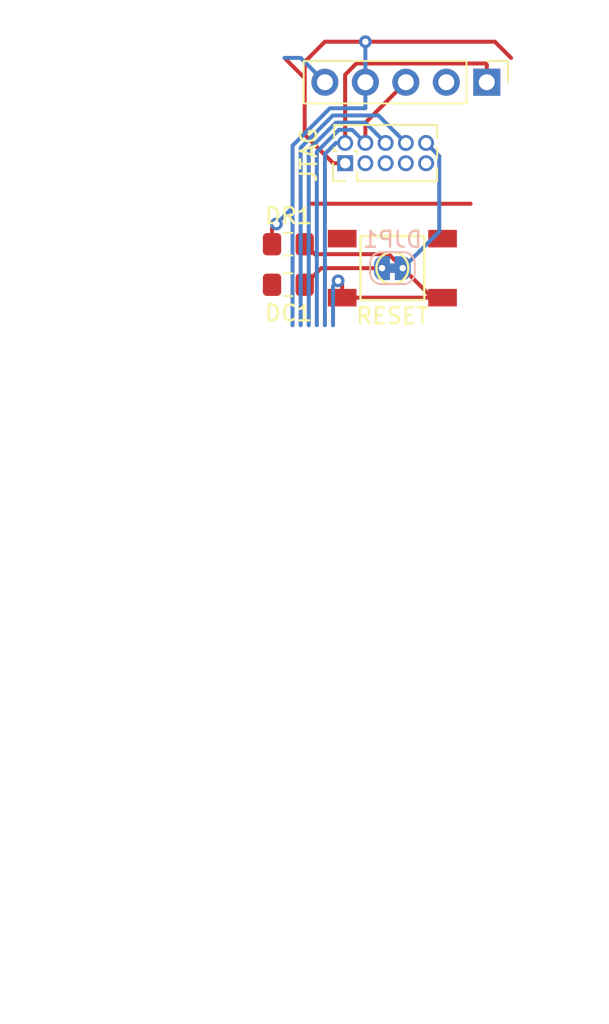
<source format=kicad_pcb>
(kicad_pcb (version 20171130) (host pcbnew 5.1.2)

  (general
    (thickness 1.6)
    (drawings 177)
    (tracks 72)
    (zones 0)
    (modules 6)
    (nets 11)
  )

  (page A4)
  (layers
    (0 F.Cu signal)
    (31 B.Cu signal)
    (32 B.Adhes user hide)
    (33 F.Adhes user hide)
    (34 B.Paste user hide)
    (35 F.Paste user hide)
    (36 B.SilkS user hide)
    (37 F.SilkS user hide)
    (38 B.Mask user hide)
    (39 F.Mask user hide)
    (40 Dwgs.User user)
    (41 Cmts.User user hide)
    (42 Eco1.User user)
    (43 Eco2.User user)
    (44 Edge.Cuts user hide)
    (45 Margin user hide)
    (46 B.CrtYd user hide)
    (47 F.CrtYd user hide)
    (48 B.Fab user hide)
    (49 F.Fab user hide)
  )

  (setup
    (last_trace_width 0.25)
    (trace_clearance 0.2)
    (zone_clearance 0.508)
    (zone_45_only no)
    (trace_min 0.2)
    (via_size 0.8)
    (via_drill 0.4)
    (via_min_size 0.4)
    (via_min_drill 0.3)
    (uvia_size 0.3)
    (uvia_drill 0.1)
    (uvias_allowed no)
    (uvia_min_size 0.2)
    (uvia_min_drill 0.1)
    (edge_width 0.05)
    (segment_width 0.2)
    (pcb_text_width 0.3)
    (pcb_text_size 1.5 1.5)
    (mod_edge_width 0.12)
    (mod_text_size 1 1)
    (mod_text_width 0.15)
    (pad_size 1.524 1.524)
    (pad_drill 0.762)
    (pad_to_mask_clearance 0.051)
    (solder_mask_min_width 0.25)
    (aux_axis_origin 0 0)
    (visible_elements FFFFFF7F)
    (pcbplotparams
      (layerselection 0x010fc_ffffffff)
      (usegerberextensions false)
      (usegerberattributes false)
      (usegerberadvancedattributes false)
      (creategerberjobfile false)
      (excludeedgelayer true)
      (linewidth 0.100000)
      (plotframeref false)
      (viasonmask false)
      (mode 1)
      (useauxorigin false)
      (hpglpennumber 1)
      (hpglpenspeed 20)
      (hpglpendiameter 15.000000)
      (psnegative false)
      (psa4output false)
      (plotreference true)
      (plotvalue true)
      (plotinvisibletext false)
      (padsonsilk false)
      (subtractmaskfromsilk false)
      (outputformat 1)
      (mirror false)
      (drillshape 1)
      (scaleselection 1)
      (outputdirectory ""))
  )

  (net 0 "")
  (net 1 GND)
  (net 2 VDD)
  (net 3 ~SRST)
  (net 4 TCK)
  (net 5 TMS)
  (net 6 +5V)
  (net 7 TDO)
  (net 8 TDI)
  (net 9 "Net-(DJ1-Pad5)")
  (net 10 "Net-(DC1-Pad2)")

  (net_class Default "Dit is de standaard class."
    (clearance 0.2)
    (trace_width 0.25)
    (via_dia 0.8)
    (via_drill 0.4)
    (uvia_dia 0.3)
    (uvia_drill 0.1)
    (add_net +5V)
    (add_net GND)
    (add_net "Net-(DC1-Pad2)")
    (add_net "Net-(DJ1-Pad5)")
    (add_net TCK)
    (add_net TDI)
    (add_net TDO)
    (add_net TMS)
    (add_net VDD)
    (add_net ~SRST)
  )

  (module Jumper:SolderJumper-2_P1.3mm_Bridged_RoundedPad1.0x1.5mm (layer B.Cu) (tedit 5C745284) (tstamp 5CD6B51F)
    (at 156.635 67.54 180)
    (descr "SMD Solder Jumper, 1x1.5mm, rounded Pads, 0.3mm gap, bridged with 1 copper strip")
    (tags "solder jumper open")
    (path /5CD6F578)
    (attr virtual)
    (fp_text reference DJP1 (at 0 1.8) (layer B.SilkS)
      (effects (font (size 1 1) (thickness 0.15)) (justify mirror))
    )
    (fp_text value SolderJumper_2_Bridged (at 0 -1.9) (layer B.Fab)
      (effects (font (size 1 1) (thickness 0.15)) (justify mirror))
    )
    (fp_poly (pts (xy 0.25 0.3) (xy -0.25 0.3) (xy -0.25 -0.3) (xy 0.25 -0.3)) (layer B.Cu) (width 0))
    (fp_line (start 1.65 -1.25) (end -1.65 -1.25) (layer B.CrtYd) (width 0.05))
    (fp_line (start 1.65 -1.25) (end 1.65 1.25) (layer B.CrtYd) (width 0.05))
    (fp_line (start -1.65 1.25) (end -1.65 -1.25) (layer B.CrtYd) (width 0.05))
    (fp_line (start -1.65 1.25) (end 1.65 1.25) (layer B.CrtYd) (width 0.05))
    (fp_line (start -0.7 1) (end 0.7 1) (layer B.SilkS) (width 0.12))
    (fp_line (start 1.4 0.3) (end 1.4 -0.3) (layer B.SilkS) (width 0.12))
    (fp_line (start 0.7 -1) (end -0.7 -1) (layer B.SilkS) (width 0.12))
    (fp_line (start -1.4 -0.3) (end -1.4 0.3) (layer B.SilkS) (width 0.12))
    (fp_arc (start -0.7 0.3) (end -0.7 1) (angle 90) (layer B.SilkS) (width 0.12))
    (fp_arc (start -0.7 -0.3) (end -1.4 -0.3) (angle 90) (layer B.SilkS) (width 0.12))
    (fp_arc (start 0.7 -0.3) (end 0.7 -1) (angle 90) (layer B.SilkS) (width 0.12))
    (fp_arc (start 0.7 0.3) (end 1.4 0.3) (angle 90) (layer B.SilkS) (width 0.12))
    (pad 1 smd custom (at -0.65 0 180) (size 1 0.5) (layers B.Cu B.Mask)
      (net 3 ~SRST) (zone_connect 2)
      (options (clearance outline) (anchor rect))
      (primitives
        (gr_circle (center 0 -0.25) (end 0.5 -0.25) (width 0))
        (gr_circle (center 0 0.25) (end 0.5 0.25) (width 0))
        (gr_poly (pts
           (xy 0 0.75) (xy 0.5 0.75) (xy 0.5 -0.75) (xy 0 -0.75)) (width 0))
      ))
    (pad 2 smd custom (at 0.65 0 180) (size 1 0.5) (layers B.Cu B.Mask)
      (net 10 "Net-(DC1-Pad2)") (zone_connect 2)
      (options (clearance outline) (anchor rect))
      (primitives
        (gr_circle (center 0 -0.25) (end 0.5 -0.25) (width 0))
        (gr_circle (center 0 0.25) (end 0.5 0.25) (width 0))
        (gr_poly (pts
           (xy 0 0.75) (xy -0.5 0.75) (xy -0.5 -0.75) (xy 0 -0.75)) (width 0))
      ))
  )

  (module lib:TS-1187 (layer F.Cu) (tedit 5C23E748) (tstamp 5CD31350)
    (at 156.635 67.54 180)
    (path /5CD35511)
    (fp_text reference DSW1 (at 0 3) (layer F.SilkS) hide
      (effects (font (size 1 1) (thickness 0.15)))
    )
    (fp_text value RESET (at 0 -3) (layer F.SilkS)
      (effects (font (size 1 1) (thickness 0.15)))
    )
    (fp_circle (center 0 0) (end 1 0) (layer F.SilkS) (width 0.15))
    (fp_line (start 2 2) (end -2 2) (layer F.SilkS) (width 0.15))
    (fp_line (start 2 -2) (end 2 2) (layer F.SilkS) (width 0.15))
    (fp_line (start -2 -2) (end 2 -2) (layer F.SilkS) (width 0.15))
    (fp_line (start -2 2) (end -2 -2) (layer F.SilkS) (width 0.15))
    (pad 2 smd rect (at 3.15 1.85 180) (size 1.8 1.1) (layers F.Cu F.Paste F.Mask)
      (net 1 GND))
    (pad 1 smd rect (at 3.15 -1.85 180) (size 1.8 1.1) (layers F.Cu F.Paste F.Mask)
      (net 3 ~SRST))
    (pad 2 smd rect (at -3.15 1.85 180) (size 1.8 1.1) (layers F.Cu F.Paste F.Mask)
      (net 1 GND))
    (pad 1 smd rect (at -3.15 -1.85 180) (size 1.8 1.1) (layers F.Cu F.Paste F.Mask)
      (net 3 ~SRST))
  )

  (module Resistor_SMD:R_0805_2012Metric_Pad1.15x1.40mm_HandSolder (layer F.Cu) (tedit 5B36C52B) (tstamp 5CD345C8)
    (at 150.105 66.04)
    (descr "Resistor SMD 0805 (2012 Metric), square (rectangular) end terminal, IPC_7351 nominal with elongated pad for handsoldering. (Body size source: https://docs.google.com/spreadsheets/d/1BsfQQcO9C6DZCsRaXUlFlo91Tg2WpOkGARC1WS5S8t0/edit?usp=sharing), generated with kicad-footprint-generator")
    (tags "resistor handsolder")
    (path /5CD372D0)
    (attr smd)
    (fp_text reference DR1 (at 0.009 -1.778) (layer F.SilkS)
      (effects (font (size 1 1) (thickness 0.15)))
    )
    (fp_text value 10K (at 0 1.65) (layer F.Fab)
      (effects (font (size 1 1) (thickness 0.15)))
    )
    (fp_text user %R (at 0 0) (layer F.Fab)
      (effects (font (size 0.5 0.5) (thickness 0.08)))
    )
    (fp_line (start 1.85 0.95) (end -1.85 0.95) (layer F.CrtYd) (width 0.05))
    (fp_line (start 1.85 -0.95) (end 1.85 0.95) (layer F.CrtYd) (width 0.05))
    (fp_line (start -1.85 -0.95) (end 1.85 -0.95) (layer F.CrtYd) (width 0.05))
    (fp_line (start -1.85 0.95) (end -1.85 -0.95) (layer F.CrtYd) (width 0.05))
    (fp_line (start -0.261252 0.71) (end 0.261252 0.71) (layer F.SilkS) (width 0.12))
    (fp_line (start -0.261252 -0.71) (end 0.261252 -0.71) (layer F.SilkS) (width 0.12))
    (fp_line (start 1 0.6) (end -1 0.6) (layer F.Fab) (width 0.1))
    (fp_line (start 1 -0.6) (end 1 0.6) (layer F.Fab) (width 0.1))
    (fp_line (start -1 -0.6) (end 1 -0.6) (layer F.Fab) (width 0.1))
    (fp_line (start -1 0.6) (end -1 -0.6) (layer F.Fab) (width 0.1))
    (pad 2 smd roundrect (at 1.025 0) (size 1.15 1.4) (layers F.Cu F.Paste F.Mask) (roundrect_rratio 0.217391)
      (net 3 ~SRST))
    (pad 1 smd roundrect (at -1.025 0) (size 1.15 1.4) (layers F.Cu F.Paste F.Mask) (roundrect_rratio 0.217391)
      (net 2 VDD))
    (model ${KISYS3DMOD}/Resistor_SMD.3dshapes/R_0805_2012Metric.wrl
      (at (xyz 0 0 0))
      (scale (xyz 1 1 1))
      (rotate (xyz 0 0 0))
    )
  )

  (module Connector_PinHeader_2.54mm:PinHeader_1x05_P2.54mm_Vertical locked (layer F.Cu) (tedit 59FED5CC) (tstamp 5CD31332)
    (at 162.56 55.88 270)
    (descr "Through hole straight pin header, 1x05, 2.54mm pitch, single row")
    (tags "Through hole pin header THT 1x05 2.54mm single row")
    (path /5CD343F7)
    (fp_text reference DJ2 (at 0 -2.33 90) (layer F.SilkS) hide
      (effects (font (size 1 1) (thickness 0.15)))
    )
    (fp_text value Conn_01x05 (at 0 12.49 90) (layer F.Fab)
      (effects (font (size 1 1) (thickness 0.15)))
    )
    (fp_text user %R (at 0 5.08) (layer F.Fab)
      (effects (font (size 1 1) (thickness 0.15)))
    )
    (fp_line (start 1.8 -1.8) (end -1.8 -1.8) (layer F.CrtYd) (width 0.05))
    (fp_line (start 1.8 11.95) (end 1.8 -1.8) (layer F.CrtYd) (width 0.05))
    (fp_line (start -1.8 11.95) (end 1.8 11.95) (layer F.CrtYd) (width 0.05))
    (fp_line (start -1.8 -1.8) (end -1.8 11.95) (layer F.CrtYd) (width 0.05))
    (fp_line (start -1.33 -1.33) (end 0 -1.33) (layer F.SilkS) (width 0.12))
    (fp_line (start -1.33 0) (end -1.33 -1.33) (layer F.SilkS) (width 0.12))
    (fp_line (start -1.33 1.27) (end 1.33 1.27) (layer F.SilkS) (width 0.12))
    (fp_line (start 1.33 1.27) (end 1.33 11.49) (layer F.SilkS) (width 0.12))
    (fp_line (start -1.33 1.27) (end -1.33 11.49) (layer F.SilkS) (width 0.12))
    (fp_line (start -1.33 11.49) (end 1.33 11.49) (layer F.SilkS) (width 0.12))
    (fp_line (start -1.27 -0.635) (end -0.635 -1.27) (layer F.Fab) (width 0.1))
    (fp_line (start -1.27 11.43) (end -1.27 -0.635) (layer F.Fab) (width 0.1))
    (fp_line (start 1.27 11.43) (end -1.27 11.43) (layer F.Fab) (width 0.1))
    (fp_line (start 1.27 -1.27) (end 1.27 11.43) (layer F.Fab) (width 0.1))
    (fp_line (start -0.635 -1.27) (end 1.27 -1.27) (layer F.Fab) (width 0.1))
    (pad 5 thru_hole oval (at 0 10.16 270) (size 1.7 1.7) (drill 1) (layers *.Cu *.Mask)
      (net 6 +5V))
    (pad 4 thru_hole oval (at 0 7.62 270) (size 1.7 1.7) (drill 1) (layers *.Cu *.Mask)
      (net 2 VDD))
    (pad 3 thru_hole oval (at 0 5.08 270) (size 1.7 1.7) (drill 1) (layers *.Cu *.Mask)
      (net 4 TCK))
    (pad 2 thru_hole oval (at 0 2.54 270) (size 1.7 1.7) (drill 1) (layers *.Cu *.Mask)
      (net 1 GND))
    (pad 1 thru_hole rect (at 0 0 270) (size 1.7 1.7) (drill 1) (layers *.Cu *.Mask)
      (net 5 TMS))
    (model ${KISYS3DMOD}/Connector_PinHeader_2.54mm.3dshapes/PinHeader_1x05_P2.54mm_Vertical.wrl
      (at (xyz 0 0 0))
      (scale (xyz 1 1 1))
      (rotate (xyz 0 0 0))
    )
  )

  (module Connector_PinHeader_1.27mm:PinHeader_2x05_P1.27mm_Vertical locked (layer F.Cu) (tedit 59FED6E3) (tstamp 5CD31319)
    (at 153.67 60.96 90)
    (descr "Through hole straight pin header, 2x05, 1.27mm pitch, double rows")
    (tags "Through hole pin header THT 2x05 1.27mm double row")
    (path /5CD31435)
    (fp_text reference DJ1 (at 0.635 -1.695 90) (layer F.SilkS) hide
      (effects (font (size 1 1) (thickness 0.15)))
    )
    (fp_text value JTAG (at 0.508 -2.286 270) (layer F.SilkS)
      (effects (font (size 1 1) (thickness 0.15)))
    )
    (fp_line (start -0.2175 -0.635) (end 2.34 -0.635) (layer F.Fab) (width 0.1))
    (fp_line (start 2.34 -0.635) (end 2.34 5.715) (layer F.Fab) (width 0.1))
    (fp_line (start 2.34 5.715) (end -1.07 5.715) (layer F.Fab) (width 0.1))
    (fp_line (start -1.07 5.715) (end -1.07 0.2175) (layer F.Fab) (width 0.1))
    (fp_line (start -1.07 0.2175) (end -0.2175 -0.635) (layer F.Fab) (width 0.1))
    (fp_line (start -1.13 5.775) (end -0.30753 5.775) (layer F.SilkS) (width 0.12))
    (fp_line (start 1.57753 5.775) (end 2.4 5.775) (layer F.SilkS) (width 0.12))
    (fp_line (start 0.30753 5.775) (end 0.96247 5.775) (layer F.SilkS) (width 0.12))
    (fp_line (start -1.13 0.76) (end -1.13 5.775) (layer F.SilkS) (width 0.12))
    (fp_line (start 2.4 -0.695) (end 2.4 5.775) (layer F.SilkS) (width 0.12))
    (fp_line (start -1.13 0.76) (end -0.563471 0.76) (layer F.SilkS) (width 0.12))
    (fp_line (start 0.563471 0.76) (end 0.706529 0.76) (layer F.SilkS) (width 0.12))
    (fp_line (start 0.76 0.706529) (end 0.76 0.563471) (layer F.SilkS) (width 0.12))
    (fp_line (start 0.76 -0.563471) (end 0.76 -0.695) (layer F.SilkS) (width 0.12))
    (fp_line (start 0.76 -0.695) (end 0.96247 -0.695) (layer F.SilkS) (width 0.12))
    (fp_line (start 1.57753 -0.695) (end 2.4 -0.695) (layer F.SilkS) (width 0.12))
    (fp_line (start -1.13 0) (end -1.13 -0.76) (layer F.SilkS) (width 0.12))
    (fp_line (start -1.13 -0.76) (end 0 -0.76) (layer F.SilkS) (width 0.12))
    (fp_line (start -1.6 -1.15) (end -1.6 6.25) (layer F.CrtYd) (width 0.05))
    (fp_line (start -1.6 6.25) (end 2.85 6.25) (layer F.CrtYd) (width 0.05))
    (fp_line (start 2.85 6.25) (end 2.85 -1.15) (layer F.CrtYd) (width 0.05))
    (fp_line (start 2.85 -1.15) (end -1.6 -1.15) (layer F.CrtYd) (width 0.05))
    (fp_text user %R (at 0.635 2.54) (layer F.Fab)
      (effects (font (size 1 1) (thickness 0.15)))
    )
    (pad 1 thru_hole rect (at 0 0 90) (size 1 1) (drill 0.65) (layers *.Cu *.Mask)
      (net 2 VDD))
    (pad 2 thru_hole oval (at 1.27 0 90) (size 1 1) (drill 0.65) (layers *.Cu *.Mask)
      (net 5 TMS))
    (pad 3 thru_hole oval (at 0 1.27 90) (size 1 1) (drill 0.65) (layers *.Cu *.Mask)
      (net 1 GND))
    (pad 4 thru_hole oval (at 1.27 1.27 90) (size 1 1) (drill 0.65) (layers *.Cu *.Mask)
      (net 4 TCK))
    (pad 5 thru_hole oval (at 0 2.54 90) (size 1 1) (drill 0.65) (layers *.Cu *.Mask)
      (net 9 "Net-(DJ1-Pad5)"))
    (pad 6 thru_hole oval (at 1.27 2.54 90) (size 1 1) (drill 0.65) (layers *.Cu *.Mask)
      (net 7 TDO))
    (pad 7 thru_hole oval (at 0 3.81 90) (size 1 1) (drill 0.65) (layers *.Cu *.Mask)
      (net 1 GND))
    (pad 8 thru_hole oval (at 1.27 3.81 90) (size 1 1) (drill 0.65) (layers *.Cu *.Mask)
      (net 8 TDI))
    (pad 9 thru_hole oval (at 0 5.08 90) (size 1 1) (drill 0.65) (layers *.Cu *.Mask)
      (net 1 GND))
    (pad 10 thru_hole oval (at 1.27 5.08 90) (size 1 1) (drill 0.65) (layers *.Cu *.Mask)
      (net 3 ~SRST))
    (model ${KISYS3DMOD}/Connector_PinHeader_1.27mm.3dshapes/PinHeader_2x05_P1.27mm_Vertical.wrl
      (at (xyz 0 0 0))
      (scale (xyz 1 1 1))
      (rotate (xyz 0 0 0))
    )
  )

  (module Capacitor_SMD:C_0805_2012Metric_Pad1.15x1.40mm_HandSolder (layer F.Cu) (tedit 5B36C52B) (tstamp 5CD312F4)
    (at 150.105 68.58)
    (descr "Capacitor SMD 0805 (2012 Metric), square (rectangular) end terminal, IPC_7351 nominal with elongated pad for handsoldering. (Body size source: https://docs.google.com/spreadsheets/d/1BsfQQcO9C6DZCsRaXUlFlo91Tg2WpOkGARC1WS5S8t0/edit?usp=sharing), generated with kicad-footprint-generator")
    (tags "capacitor handsolder")
    (path /5CD35E46)
    (attr smd)
    (fp_text reference DC1 (at 0.009 1.778) (layer F.SilkS)
      (effects (font (size 1 1) (thickness 0.15)))
    )
    (fp_text value 100nF (at 0 1.65) (layer F.Fab)
      (effects (font (size 1 1) (thickness 0.15)))
    )
    (fp_text user %R (at 0 0) (layer F.Fab)
      (effects (font (size 0.5 0.5) (thickness 0.08)))
    )
    (fp_line (start 1.85 0.95) (end -1.85 0.95) (layer F.CrtYd) (width 0.05))
    (fp_line (start 1.85 -0.95) (end 1.85 0.95) (layer F.CrtYd) (width 0.05))
    (fp_line (start -1.85 -0.95) (end 1.85 -0.95) (layer F.CrtYd) (width 0.05))
    (fp_line (start -1.85 0.95) (end -1.85 -0.95) (layer F.CrtYd) (width 0.05))
    (fp_line (start -0.261252 0.71) (end 0.261252 0.71) (layer F.SilkS) (width 0.12))
    (fp_line (start -0.261252 -0.71) (end 0.261252 -0.71) (layer F.SilkS) (width 0.12))
    (fp_line (start 1 0.6) (end -1 0.6) (layer F.Fab) (width 0.1))
    (fp_line (start 1 -0.6) (end 1 0.6) (layer F.Fab) (width 0.1))
    (fp_line (start -1 -0.6) (end 1 -0.6) (layer F.Fab) (width 0.1))
    (fp_line (start -1 0.6) (end -1 -0.6) (layer F.Fab) (width 0.1))
    (pad 2 smd roundrect (at 1.025 0) (size 1.15 1.4) (layers F.Cu F.Paste F.Mask) (roundrect_rratio 0.217391)
      (net 10 "Net-(DC1-Pad2)"))
    (pad 1 smd roundrect (at -1.025 0) (size 1.15 1.4) (layers F.Cu F.Paste F.Mask) (roundrect_rratio 0.217391)
      (net 1 GND))
    (model ${KISYS3DMOD}/Capacitor_SMD.3dshapes/C_0805_2012Metric.wrl
      (at (xyz 0 0 0))
      (scale (xyz 1 1 1))
      (rotate (xyz 0 0 0))
    )
  )

  (dimension 19.05 (width 0.15) (layer Dwgs.User) (tstamp 5CD6B75C)
    (gr_text "19,050 mm" (at 141.605 110.968) (layer Dwgs.User) (tstamp 5CD6B75D)
      (effects (font (size 1 1) (thickness 0.15)))
    )
    (feature1 (pts (xy 151.13 112.776) (xy 151.13 111.681579)))
    (feature2 (pts (xy 132.08 112.776) (xy 132.08 111.681579)))
    (crossbar (pts (xy 132.08 112.268) (xy 151.13 112.268)))
    (arrow1a (pts (xy 151.13 112.268) (xy 150.003496 112.854421)))
    (arrow1b (pts (xy 151.13 112.268) (xy 150.003496 111.681579)))
    (arrow2a (pts (xy 132.08 112.268) (xy 133.206504 112.854421)))
    (arrow2b (pts (xy 132.08 112.268) (xy 133.206504 111.681579)))
  )
  (gr_circle (center 149.86 54.356) (end 149.9108 54.356) (layer Eco2.User) (width 0.15) (tstamp 5CD6B74E))
  (gr_circle (center 143.764 71.12) (end 143.8148 71.12) (layer Eco1.User) (width 0.15) (tstamp 5CD6AEF4))
  (gr_circle (center 144.272 71.12) (end 144.3228 71.12) (layer Eco1.User) (width 0.15) (tstamp 5CD6ADB3))
  (gr_circle (center 144.78 71.12) (end 144.8308 71.12) (layer Eco1.User) (width 0.15) (tstamp 5CD6ADB0))
  (gr_circle (center 151.384 63.5) (end 151.4348 63.5) (layer Eco2.User) (width 0.15) (tstamp 5CD6AB71))
  (gr_circle (center 161.544 63.5) (end 161.5948 63.5) (layer Eco2.User) (width 0.15) (tstamp 5CD6AB49))
  (gr_circle (center 149.86 71.12) (end 149.86 71.0692) (layer Eco1.User) (width 0.15) (tstamp 5CD6A016))
  (gr_circle (center 149.352 71.12) (end 149.352 71.0692) (layer Eco1.User) (width 0.15) (tstamp 5CD6A013))
  (gr_circle (center 145.288 71.12) (end 145.288 71.0692) (layer Eco1.User) (width 0.15) (tstamp 5CD6A010))
  (gr_line (start 135.255 64.77) (end 138.43 64.77) (layer Dwgs.User) (width 0.15))
  (gr_line (start 138.43 64.77) (end 139.7 66.04) (layer Dwgs.User) (width 0.15))
  (gr_line (start 139.7 71.12) (end 141.605 71.12) (layer Dwgs.User) (width 0.15))
  (gr_line (start 139.7 66.04) (end 139.7 71.12) (layer Dwgs.User) (width 0.15))
  (gr_line (start 135.255 53.975) (end 135.255 54.61) (layer Dwgs.User) (width 0.15) (tstamp 5CD69E28))
  (gr_line (start 139.065 53.975) (end 135.255 53.975) (layer Dwgs.User) (width 0.15))
  (gr_line (start 139.065 58.42) (end 149.86 50.8) (layer Dwgs.User) (width 0.15) (tstamp 5CD69D85))
  (gr_line (start 149.86 58.42) (end 139.065 50.8) (layer Dwgs.User) (width 0.15) (tstamp 5CD69D81))
  (gr_line (start 140.97 58.42) (end 151.384 58.42) (layer Dwgs.User) (width 0.15))
  (gr_line (start 139.065 50.8) (end 142.24 50.8) (layer Dwgs.User) (width 0.15))
  (gr_line (start 139.065 58.42) (end 139.065 50.8) (layer Dwgs.User) (width 0.15))
  (gr_line (start 140.97 58.42) (end 139.065 58.42) (layer Dwgs.User) (width 0.15))
  (gr_line (start 170.18 50.8) (end 132.08 50.8) (layer Dwgs.User) (width 0.05) (tstamp 5CD3006B))
  (gr_line (start 170.18 109.22) (end 170.18 50.8) (layer Dwgs.User) (width 0.05))
  (gr_line (start 132.08 109.22) (end 170.18 109.22) (layer Dwgs.User) (width 0.05))
  (gr_line (start 132.08 50.8) (end 132.08 109.22) (layer Dwgs.User) (width 0.05))
  (gr_line (start 161.544 50.8) (end 151.13 50.8) (layer Dwgs.User) (width 0.15) (tstamp 5CD694C8))
  (gr_line (start 151.13 71.12) (end 161.544 71.12) (layer Dwgs.User) (width 0.15))
  (gr_line (start 140.97 50.8) (end 151.13 50.8) (layer Dwgs.User) (width 0.15) (tstamp 5CD693E3))
  (gr_line (start 140.97 71.12) (end 151.13 71.12) (layer Dwgs.User) (width 0.15))
  (gr_line (start 135.255 64.77) (end 135.255 54.61) (layer Dwgs.User) (width 0.15))
  (gr_circle (center 137.16 63.5) (end 137.16 64.516) (layer Dwgs.User) (width 0.15) (tstamp 5CD692B8))
  (gr_circle (center 137.16 88.9) (end 137.16 89.916) (layer Dwgs.User) (width 0.15) (tstamp 5CD692B7))
  (gr_circle (center 137.16 83.82) (end 137.16 84.836) (layer Dwgs.User) (width 0.15) (tstamp 5CD692B6))
  (gr_circle (center 137.16 93.98) (end 137.16 94.996) (layer Dwgs.User) (width 0.15) (tstamp 5CD692B5))
  (gr_circle (center 137.16 96.52) (end 137.16 97.536) (layer Dwgs.User) (width 0.15) (tstamp 5CD692B4))
  (gr_circle (center 137.16 104.14) (end 137.16 105.156) (layer Dwgs.User) (width 0.15) (tstamp 5CD692B3))
  (gr_circle (center 137.16 78.74) (end 137.16 79.756) (layer Dwgs.User) (width 0.15) (tstamp 5CD692B2))
  (gr_circle (center 137.16 76.2) (end 137.16 77.216) (layer Dwgs.User) (width 0.15) (tstamp 5CD692B1))
  (gr_circle (center 137.16 81.28) (end 137.16 82.296) (layer Dwgs.User) (width 0.15) (tstamp 5CD692B0))
  (gr_circle (center 137.16 55.88) (end 137.16 56.896) (layer Dwgs.User) (width 0.15) (tstamp 5CD692AF))
  (gr_circle (center 137.16 66.04) (end 137.16 67.056) (layer Dwgs.User) (width 0.15) (tstamp 5CD692AE))
  (gr_circle (center 137.16 68.58) (end 137.16 69.596) (layer Dwgs.User) (width 0.15) (tstamp 5CD692AD))
  (gr_circle (center 137.16 99.06) (end 137.16 100.076) (layer Dwgs.User) (width 0.15) (tstamp 5CD692AC))
  (gr_circle (center 139.7 60.96) (end 139.7 61.976) (layer Dwgs.User) (width 0.15) (tstamp 5CD692AB))
  (gr_circle (center 137.16 58.42) (end 137.16 59.436) (layer Dwgs.User) (width 0.15) (tstamp 5CD692AA))
  (gr_circle (center 137.16 60.96) (end 137.16 61.976) (layer Dwgs.User) (width 0.15) (tstamp 5CD692A9))
  (gr_circle (center 137.16 86.36) (end 137.16 87.376) (layer Dwgs.User) (width 0.15) (tstamp 5CD692A8))
  (gr_circle (center 139.7 63.5) (end 139.7 64.516) (layer Dwgs.User) (width 0.15) (tstamp 5CD692A7))
  (gr_circle (center 137.16 71.12) (end 137.16 72.136) (layer Dwgs.User) (width 0.15) (tstamp 5CD692A6))
  (gr_circle (center 137.16 73.66) (end 137.16 74.676) (layer Dwgs.User) (width 0.15) (tstamp 5CD692A5))
  (gr_circle (center 137.16 91.44) (end 137.16 92.456) (layer Dwgs.User) (width 0.15) (tstamp 5CD692A0))
  (gr_circle (center 137.16 101.6) (end 137.16 102.616) (layer Dwgs.User) (width 0.15) (tstamp 5CD6929F))
  (gr_circle (center 162.56 63.5) (end 162.56 64.516) (layer Dwgs.User) (width 0.15) (tstamp 5CD6929D))
  (gr_circle (center 162.56 60.96) (end 162.56 61.976) (layer Dwgs.User) (width 0.15) (tstamp 5CD6929B))
  (gr_circle (center 165.1 55.88) (end 165.1 56.896) (layer Dwgs.User) (width 0.15) (tstamp 5CD69299))
  (gr_circle (center 165.1 58.42) (end 165.1 59.436) (layer Dwgs.User) (width 0.15) (tstamp 5CD69297))
  (gr_circle (center 165.1 60.96) (end 165.1 61.976) (layer Dwgs.User) (width 0.15) (tstamp 5CD69295))
  (gr_circle (center 165.1 63.5) (end 165.1 64.516) (layer Dwgs.User) (width 0.15) (tstamp 5CD69293))
  (gr_circle (center 165.1 66.04) (end 165.1 67.056) (layer Dwgs.User) (width 0.15) (tstamp 5CD69291))
  (gr_circle (center 165.1 68.58) (end 165.1 69.596) (layer Dwgs.User) (width 0.15) (tstamp 5CD6928F))
  (gr_circle (center 165.1 71.12) (end 165.1 72.136) (layer Dwgs.User) (width 0.15) (tstamp 5CD6928D))
  (gr_circle (center 165.1 73.66) (end 165.1 74.676) (layer Dwgs.User) (width 0.15) (tstamp 5CD6928B))
  (gr_circle (center 165.1 76.2) (end 165.1 77.216) (layer Dwgs.User) (width 0.15) (tstamp 5CD69289))
  (gr_circle (center 165.1 78.74) (end 165.1 79.756) (layer Dwgs.User) (width 0.15) (tstamp 5CD69287))
  (gr_circle (center 165.1 81.28) (end 165.1 82.296) (layer Dwgs.User) (width 0.15) (tstamp 5CD69285))
  (gr_circle (center 165.1 83.82) (end 165.1 84.836) (layer Dwgs.User) (width 0.15) (tstamp 5CD69283))
  (gr_circle (center 165.1 86.36) (end 165.1 87.376) (layer Dwgs.User) (width 0.15) (tstamp 5CD69281))
  (gr_circle (center 165.1 88.9) (end 165.1 89.916) (layer Dwgs.User) (width 0.15) (tstamp 5CD6927F))
  (gr_circle (center 165.1 91.44) (end 165.1 92.456) (layer Dwgs.User) (width 0.15) (tstamp 5CD6927D))
  (gr_circle (center 165.1 93.98) (end 165.1 94.996) (layer Dwgs.User) (width 0.15) (tstamp 5CD6927A))
  (gr_circle (center 165.1 96.52) (end 165.1 97.536) (layer Dwgs.User) (width 0.15) (tstamp 5CD69276))
  (gr_circle (center 165.1 99.06) (end 165.1 100.076) (layer Dwgs.User) (width 0.15) (tstamp 5CD69274))
  (gr_circle (center 165.1 101.6) (end 165.1 102.616) (layer Dwgs.User) (width 0.15) (tstamp 5CD6926A))
  (gr_circle (center 165.1 104.14) (end 165.1 105.156) (layer Dwgs.User) (width 0.15))
  (dimension 19.05 (width 0.15) (layer Dwgs.User)
    (gr_text "19,050 mm" (at 160.655 110.968) (layer Dwgs.User)
      (effects (font (size 1 1) (thickness 0.15)))
    )
    (feature1 (pts (xy 170.18 112.776) (xy 170.18 111.681579)))
    (feature2 (pts (xy 151.13 112.776) (xy 151.13 111.681579)))
    (crossbar (pts (xy 151.13 112.268) (xy 170.18 112.268)))
    (arrow1a (pts (xy 170.18 112.268) (xy 169.053496 112.854421)))
    (arrow1b (pts (xy 170.18 112.268) (xy 169.053496 111.681579)))
    (arrow2a (pts (xy 151.13 112.268) (xy 152.256504 112.854421)))
    (arrow2b (pts (xy 151.13 112.268) (xy 152.256504 111.681579)))
  )
  (dimension 38.1 (width 0.15) (layer Dwgs.User)
    (gr_text "38,100 mm" (at 151.13 115.599999) (layer Dwgs.User)
      (effects (font (size 1 1) (thickness 0.15)))
    )
    (feature1 (pts (xy 170.18 113.03) (xy 170.18 114.88642)))
    (feature2 (pts (xy 132.08 113.03) (xy 132.08 114.88642)))
    (crossbar (pts (xy 132.08 114.299999) (xy 170.18 114.299999)))
    (arrow1a (pts (xy 170.18 114.299999) (xy 169.053496 114.88642)))
    (arrow1b (pts (xy 170.18 114.299999) (xy 169.053496 113.713578)))
    (arrow2a (pts (xy 132.08 114.299999) (xy 133.206504 114.88642)))
    (arrow2b (pts (xy 132.08 114.299999) (xy 133.206504 113.713578)))
  )
  (gr_line (start 170.18 50.8) (end 132.08 50.8) (layer Dwgs.User) (width 0.05) (tstamp 5CD3006B))
  (gr_line (start 170.18 109.22) (end 170.18 50.8) (layer Dwgs.User) (width 0.05))
  (gr_line (start 132.08 109.22) (end 170.18 109.22) (layer Dwgs.User) (width 0.05))
  (gr_line (start 132.08 50.8) (end 132.08 109.22) (layer Dwgs.User) (width 0.05))
  (gr_line (start 170.18 50.8) (end 132.08 50.8) (layer Dwgs.User) (width 0.05) (tstamp 5CD3006B))
  (gr_line (start 170.18 109.22) (end 170.18 50.8) (layer Dwgs.User) (width 0.05))
  (gr_line (start 132.08 109.22) (end 170.18 109.22) (layer Dwgs.User) (width 0.05))
  (gr_line (start 132.08 50.8) (end 132.08 109.22) (layer Dwgs.User) (width 0.05))
  (gr_line (start 149.86 53.34) (end 149.86 50.8) (layer Dwgs.User) (width 0.15) (tstamp 5CD6A391))
  (gr_line (start 149.86 53.34) (end 149.86 58.42) (layer Dwgs.User) (width 0.15))
  (gr_line (start 161.544 59.436) (end 164.084 59.436) (layer Dwgs.User) (width 0.15) (tstamp 5CD6A2A6))
  (gr_line (start 164.084 50.8) (end 164.084 59.436) (layer Dwgs.User) (width 0.15) (tstamp 5CD6A2A3))
  (gr_line (start 164.084 59.436) (end 164.084 50.8) (layer Dwgs.User) (width 0.15))
  (gr_line (start 170.18 50.8) (end 132.08 50.8) (layer Dwgs.User) (width 0.05) (tstamp 5CD3006B))
  (gr_line (start 170.18 109.22) (end 170.18 50.8) (layer Dwgs.User) (width 0.05))
  (gr_line (start 132.08 109.22) (end 170.18 109.22) (layer Dwgs.User) (width 0.05))
  (gr_line (start 132.08 50.8) (end 132.08 109.22) (layer Dwgs.User) (width 0.05))
  (gr_circle (center 164.084 54.356) (end 164.1348 54.356) (layer Eco2.User) (width 0.15) (tstamp 5CD6A194))
  (gr_circle (center 149.86 54.356) (end 149.9108 54.356) (layer Eco1.User) (width 0.15) (tstamp 5CD6A0A1))
  (gr_circle (center 146.304 71.12) (end 146.304 71.0692) (layer Eco1.User) (width 0.15) (tstamp 5CD6A016))
  (gr_circle (center 145.796 71.12) (end 145.796 71.0692) (layer Eco1.User) (width 0.15) (tstamp 5CD6A013))
  (gr_circle (center 148.7932 71.12) (end 148.7932 71.0692) (layer Eco1.User) (width 0.15) (tstamp 5CD6A010))
  (gr_line (start 135.255 64.77) (end 138.43 64.77) (layer Dwgs.User) (width 0.15))
  (gr_line (start 138.43 64.77) (end 139.7 66.04) (layer Dwgs.User) (width 0.15))
  (gr_line (start 139.7 71.12) (end 141.605 71.12) (layer Dwgs.User) (width 0.15))
  (gr_line (start 139.7 66.04) (end 139.7 71.12) (layer Dwgs.User) (width 0.15))
  (gr_line (start 135.255 53.975) (end 135.255 54.61) (layer Dwgs.User) (width 0.15) (tstamp 5CD69E28))
  (gr_line (start 139.065 53.975) (end 135.255 53.975) (layer Dwgs.User) (width 0.15))
  (gr_line (start 140.97 58.42) (end 151.384 58.42) (layer Dwgs.User) (width 0.15))
  (gr_line (start 139.065 50.8) (end 142.24 50.8) (layer Dwgs.User) (width 0.15))
  (gr_line (start 139.065 58.42) (end 139.065 50.8) (layer Dwgs.User) (width 0.15))
  (gr_line (start 140.97 58.42) (end 139.065 58.42) (layer Dwgs.User) (width 0.15))
  (gr_line (start 147.828 64.008) (end 147.828 71.12) (layer Dwgs.User) (width 0.15))
  (gr_line (start 151.384 64.008) (end 147.828 64.008) (layer Dwgs.User) (width 0.15))
  (gr_line (start 170.18 50.8) (end 132.08 50.8) (layer Dwgs.User) (width 0.05) (tstamp 5CD3006B))
  (gr_line (start 170.18 109.22) (end 170.18 50.8) (layer Dwgs.User) (width 0.05))
  (gr_line (start 132.08 109.22) (end 170.18 109.22) (layer Dwgs.User) (width 0.05))
  (gr_line (start 132.08 50.8) (end 132.08 109.22) (layer Dwgs.User) (width 0.05))
  (gr_line (start 164.084 50.8) (end 151.13 50.8) (layer Dwgs.User) (width 0.15) (tstamp 5CD694C8))
  (gr_line (start 161.544 71.12) (end 161.544 59.436) (layer Dwgs.User) (width 0.15))
  (gr_line (start 151.13 71.12) (end 161.544 71.12) (layer Dwgs.User) (width 0.15))
  (gr_line (start 140.97 50.8) (end 151.13 50.8) (layer Dwgs.User) (width 0.15) (tstamp 5CD693E3))
  (gr_line (start 151.384 64.008) (end 151.384 58.42) (layer Dwgs.User) (width 0.15) (tstamp 5CD6AB94))
  (gr_line (start 140.97 71.12) (end 151.13 71.12) (layer Dwgs.User) (width 0.15))
  (gr_line (start 135.255 64.77) (end 135.255 54.61) (layer Dwgs.User) (width 0.15))
  (gr_circle (center 137.16 63.5) (end 137.16 64.516) (layer Dwgs.User) (width 0.15) (tstamp 5CD692B8))
  (gr_circle (center 137.16 88.9) (end 137.16 89.916) (layer Dwgs.User) (width 0.15) (tstamp 5CD692B7))
  (gr_circle (center 137.16 83.82) (end 137.16 84.836) (layer Dwgs.User) (width 0.15) (tstamp 5CD692B6))
  (gr_circle (center 137.16 93.98) (end 137.16 94.996) (layer Dwgs.User) (width 0.15) (tstamp 5CD692B5))
  (gr_circle (center 137.16 96.52) (end 137.16 97.536) (layer Dwgs.User) (width 0.15) (tstamp 5CD692B4))
  (gr_circle (center 137.16 104.14) (end 137.16 105.156) (layer Dwgs.User) (width 0.15) (tstamp 5CD692B3))
  (gr_circle (center 137.16 78.74) (end 137.16 79.756) (layer Dwgs.User) (width 0.15) (tstamp 5CD692B2))
  (gr_circle (center 137.16 76.2) (end 137.16 77.216) (layer Dwgs.User) (width 0.15) (tstamp 5CD692B1))
  (gr_circle (center 137.16 81.28) (end 137.16 82.296) (layer Dwgs.User) (width 0.15) (tstamp 5CD692B0))
  (gr_circle (center 137.16 55.88) (end 137.16 56.896) (layer Dwgs.User) (width 0.15) (tstamp 5CD692AF))
  (gr_circle (center 137.16 66.04) (end 137.16 67.056) (layer Dwgs.User) (width 0.15) (tstamp 5CD692AE))
  (gr_circle (center 137.16 68.58) (end 137.16 69.596) (layer Dwgs.User) (width 0.15) (tstamp 5CD692AD))
  (gr_circle (center 137.16 99.06) (end 137.16 100.076) (layer Dwgs.User) (width 0.15) (tstamp 5CD692AC))
  (gr_circle (center 139.7 60.96) (end 139.7 61.976) (layer Dwgs.User) (width 0.15) (tstamp 5CD692AB))
  (gr_circle (center 137.16 58.42) (end 137.16 59.436) (layer Dwgs.User) (width 0.15) (tstamp 5CD692AA))
  (gr_circle (center 137.16 60.96) (end 137.16 61.976) (layer Dwgs.User) (width 0.15) (tstamp 5CD692A9))
  (gr_circle (center 137.16 86.36) (end 137.16 87.376) (layer Dwgs.User) (width 0.15) (tstamp 5CD692A8))
  (gr_circle (center 139.7 63.5) (end 139.7 64.516) (layer Dwgs.User) (width 0.15) (tstamp 5CD692A7))
  (gr_circle (center 137.16 71.12) (end 137.16 72.136) (layer Dwgs.User) (width 0.15) (tstamp 5CD692A6))
  (gr_circle (center 137.16 73.66) (end 137.16 74.676) (layer Dwgs.User) (width 0.15) (tstamp 5CD692A5))
  (gr_circle (center 137.16 91.44) (end 137.16 92.456) (layer Dwgs.User) (width 0.15) (tstamp 5CD692A0))
  (gr_circle (center 137.16 101.6) (end 137.16 102.616) (layer Dwgs.User) (width 0.15) (tstamp 5CD6929F))
  (gr_circle (center 162.56 63.5) (end 162.56 64.516) (layer Dwgs.User) (width 0.15) (tstamp 5CD6929D))
  (gr_circle (center 162.56 60.96) (end 162.56 61.976) (layer Dwgs.User) (width 0.15) (tstamp 5CD6929B))
  (gr_circle (center 165.1 55.88) (end 165.1 56.896) (layer Dwgs.User) (width 0.15) (tstamp 5CD69299))
  (gr_circle (center 165.1 58.42) (end 165.1 59.436) (layer Dwgs.User) (width 0.15) (tstamp 5CD69297))
  (gr_circle (center 165.1 60.96) (end 165.1 61.976) (layer Dwgs.User) (width 0.15) (tstamp 5CD69295))
  (gr_circle (center 165.1 63.5) (end 165.1 64.516) (layer Dwgs.User) (width 0.15) (tstamp 5CD69293))
  (gr_circle (center 165.1 66.04) (end 165.1 67.056) (layer Dwgs.User) (width 0.15) (tstamp 5CD69291))
  (gr_circle (center 165.1 68.58) (end 165.1 69.596) (layer Dwgs.User) (width 0.15) (tstamp 5CD6928F))
  (gr_circle (center 165.1 71.12) (end 165.1 72.136) (layer Dwgs.User) (width 0.15) (tstamp 5CD6928D))
  (gr_circle (center 165.1 73.66) (end 165.1 74.676) (layer Dwgs.User) (width 0.15) (tstamp 5CD6928B))
  (gr_circle (center 165.1 76.2) (end 165.1 77.216) (layer Dwgs.User) (width 0.15) (tstamp 5CD69289))
  (gr_circle (center 165.1 78.74) (end 165.1 79.756) (layer Dwgs.User) (width 0.15) (tstamp 5CD69287))
  (gr_circle (center 165.1 81.28) (end 165.1 82.296) (layer Dwgs.User) (width 0.15) (tstamp 5CD69285))
  (gr_circle (center 165.1 83.82) (end 165.1 84.836) (layer Dwgs.User) (width 0.15) (tstamp 5CD69283))
  (gr_circle (center 165.1 86.36) (end 165.1 87.376) (layer Dwgs.User) (width 0.15) (tstamp 5CD69281))
  (gr_circle (center 165.1 88.9) (end 165.1 89.916) (layer Dwgs.User) (width 0.15) (tstamp 5CD6927F))
  (gr_circle (center 165.1 91.44) (end 165.1 92.456) (layer Dwgs.User) (width 0.15) (tstamp 5CD6927D))
  (gr_circle (center 165.1 93.98) (end 165.1 94.996) (layer Dwgs.User) (width 0.15) (tstamp 5CD6927A))
  (gr_circle (center 165.1 96.52) (end 165.1 97.536) (layer Dwgs.User) (width 0.15) (tstamp 5CD69276))
  (gr_circle (center 165.1 99.06) (end 165.1 100.076) (layer Dwgs.User) (width 0.15) (tstamp 5CD69274))
  (gr_circle (center 165.1 101.6) (end 165.1 102.616) (layer Dwgs.User) (width 0.15) (tstamp 5CD6926A))
  (gr_circle (center 165.1 104.14) (end 165.1 105.156) (layer Dwgs.User) (width 0.15))
  (gr_circle (center 150.368 71.12) (end 150.368 71.0692) (layer Eco1.User) (width 0.15) (tstamp 5CD6925D))
  (gr_circle (center 150.876 71.12) (end 150.876 71.0692) (layer Eco1.User) (width 0.15) (tstamp 5CD6925A))
  (gr_circle (center 151.384 71.12) (end 151.384 71.0692) (layer Eco1.User) (width 0.15) (tstamp 5CD69257))
  (gr_circle (center 151.892 71.12) (end 151.892 71.0692) (layer Eco1.User) (width 0.15) (tstamp 5CD69254))
  (gr_circle (center 152.4 71.12) (end 152.4 71.0692) (layer Eco1.User) (width 0.15) (tstamp 5CD69248))
  (gr_circle (center 152.908 71.12) (end 152.9588 71.12) (layer Eco1.User) (width 0.15) (tstamp 5CD69241))
  (dimension 38.1 (width 0.15) (layer Dwgs.User)
    (gr_text "38,100 mm" (at 151.13 115.599999) (layer Dwgs.User)
      (effects (font (size 1 1) (thickness 0.15)))
    )
    (feature1 (pts (xy 170.18 113.03) (xy 170.18 114.88642)))
    (feature2 (pts (xy 132.08 113.03) (xy 132.08 114.88642)))
    (crossbar (pts (xy 132.08 114.299999) (xy 170.18 114.299999)))
    (arrow1a (pts (xy 170.18 114.299999) (xy 169.053496 114.88642)))
    (arrow1b (pts (xy 170.18 114.299999) (xy 169.053496 113.713578)))
    (arrow2a (pts (xy 132.08 114.299999) (xy 133.206504 114.88642)))
    (arrow2b (pts (xy 132.08 114.299999) (xy 133.206504 113.713578)))
  )
  (gr_line (start 170.18 50.8) (end 132.08 50.8) (layer Dwgs.User) (width 0.05) (tstamp 5CD3006B))
  (gr_line (start 170.18 109.22) (end 170.18 50.8) (layer Dwgs.User) (width 0.05))
  (gr_line (start 132.08 109.22) (end 170.18 109.22) (layer Dwgs.User) (width 0.05))
  (gr_line (start 132.08 50.8) (end 132.08 109.22) (layer Dwgs.User) (width 0.05))

  (segment (start 161.544 63.5) (end 151.384 63.5) (width 0.25) (layer F.Cu) (net 0))
  (segment (start 152.92 60.96) (end 151.13 59.17) (width 0.25) (layer F.Cu) (net 2))
  (segment (start 153.67 60.96) (end 152.92 60.96) (width 0.25) (layer F.Cu) (net 2))
  (via (at 154.94 53.34) (size 0.8) (drill 0.4) (layers F.Cu B.Cu) (net 2))
  (segment (start 151.13 54.61) (end 152.4 53.34) (width 0.25) (layer F.Cu) (net 2))
  (segment (start 152.4 53.34) (end 154.94 53.34) (width 0.25) (layer F.Cu) (net 2))
  (segment (start 154.94 53.34) (end 154.94 55.88) (width 0.25) (layer B.Cu) (net 2))
  (segment (start 153.67 61.205) (end 153.67 60.96) (width 0.25) (layer F.Cu) (net 2))
  (segment (start 154.94 57.514971) (end 154.94 55.88) (width 0.25) (layer B.Cu) (net 2))
  (segment (start 152.714797 57.514971) (end 154.94 57.514971) (width 0.25) (layer B.Cu) (net 2))
  (segment (start 150.368 59.861768) (end 150.580884 59.648884) (width 0.25) (layer B.Cu) (net 2))
  (segment (start 150.425991 59.803777) (end 150.580884 59.648884) (width 0.25) (layer B.Cu) (net 2))
  (segment (start 150.580884 59.648884) (end 152.714797 57.514971) (width 0.25) (layer B.Cu) (net 2))
  (via (at 149.352 64.77) (size 0.8) (drill 0.4) (layers F.Cu B.Cu) (net 2))
  (segment (start 149.08 66.04) (end 149.08 65.042) (width 0.25) (layer F.Cu) (net 2))
  (segment (start 149.08 65.042) (end 149.352 64.77) (width 0.25) (layer F.Cu) (net 2))
  (segment (start 149.352 64.77) (end 150.368 63.754) (width 0.25) (layer B.Cu) (net 2))
  (segment (start 150.368 71.12) (end 150.368 63.754) (width 0.25) (layer B.Cu) (net 2))
  (segment (start 150.368 63.754) (end 150.368 59.861768) (width 0.25) (layer B.Cu) (net 2))
  (segment (start 154.94 53.34) (end 163.068 53.34) (width 0.25) (layer F.Cu) (net 2))
  (segment (start 163.068 53.34) (end 164.084 54.356) (width 0.25) (layer F.Cu) (net 2))
  (segment (start 151.13 55.626) (end 149.86 54.356) (width 0.25) (layer F.Cu) (net 2))
  (segment (start 151.13 59.17) (end 151.13 55.626) (width 0.25) (layer F.Cu) (net 2))
  (segment (start 151.13 55.626) (end 151.13 54.61) (width 0.25) (layer F.Cu) (net 2))
  (segment (start 159.785 69.39) (end 160.48 69.39) (width 0.25) (layer F.Cu) (net 3))
  (segment (start 153.485 68.59) (end 153.485 69.39) (width 0.25) (layer F.Cu) (net 3))
  (segment (start 153.23 68.335) (end 153.485 68.59) (width 0.25) (layer F.Cu) (net 3))
  (segment (start 154.635 69.39) (end 159.785 69.39) (width 0.25) (layer F.Cu) (net 3))
  (segment (start 153.485 69.39) (end 154.635 69.39) (width 0.25) (layer F.Cu) (net 3))
  (segment (start 152.908 68.657) (end 153.23 68.335) (width 0.25) (layer B.Cu) (net 3))
  (segment (start 152.908 71.12) (end 152.908 68.657) (width 0.25) (layer B.Cu) (net 3))
  (via (at 153.23 68.335) (size 0.8) (drill 0.4) (layers F.Cu B.Cu) (net 3))
  (via (at 157.285 67.54) (size 0.8) (drill 0.4) (layers F.Cu B.Cu) (net 3))
  (segment (start 151.753372 66.663372) (end 156.408372 66.663372) (width 0.25) (layer F.Cu) (net 3))
  (segment (start 156.408372 66.663372) (end 157.285 67.54) (width 0.25) (layer F.Cu) (net 3))
  (segment (start 151.13 66.04) (end 151.753372 66.663372) (width 0.25) (layer F.Cu) (net 3))
  (segment (start 157.809774 68.064774) (end 157.285 67.54) (width 0.25) (layer F.Cu) (net 3))
  (segment (start 159.135 69.39) (end 157.809774 68.064774) (width 0.25) (layer F.Cu) (net 3))
  (segment (start 159.785 69.39) (end 159.135 69.39) (width 0.25) (layer F.Cu) (net 3))
  (segment (start 159.575001 65.249999) (end 157.285 67.54) (width 0.25) (layer B.Cu) (net 3))
  (segment (start 158.75 59.69) (end 159.575001 60.515001) (width 0.25) (layer B.Cu) (net 3))
  (segment (start 159.575001 60.515001) (end 159.575001 65.249999) (width 0.25) (layer B.Cu) (net 3))
  (segment (start 154.94 58.42) (end 157.48 55.88) (width 0.25) (layer F.Cu) (net 4))
  (segment (start 154.94 59.69) (end 154.94 58.42) (width 0.25) (layer F.Cu) (net 4))
  (segment (start 154.114999 58.864999) (end 154.94 59.69) (width 0.25) (layer B.Cu) (net 4))
  (segment (start 153.273999 58.864999) (end 154.114999 58.864999) (width 0.25) (layer B.Cu) (net 4))
  (segment (start 151.892 71.12) (end 151.892 60.246998) (width 0.25) (layer B.Cu) (net 4))
  (segment (start 151.892 60.246998) (end 153.273999 58.864999) (width 0.25) (layer B.Cu) (net 4))
  (segment (start 162.56 54.78) (end 162.56 55.88) (width 0.25) (layer F.Cu) (net 5))
  (segment (start 154.375999 54.704999) (end 162.484999 54.704999) (width 0.25) (layer F.Cu) (net 5))
  (segment (start 162.484999 54.704999) (end 162.56 54.78) (width 0.25) (layer F.Cu) (net 5))
  (segment (start 153.67 55.410998) (end 154.375999 54.704999) (width 0.25) (layer F.Cu) (net 5))
  (segment (start 153.67 59.69) (end 153.67 55.410998) (width 0.25) (layer F.Cu) (net 5))
  (segment (start 153.085408 59.69) (end 152.4 60.375408) (width 0.25) (layer B.Cu) (net 5))
  (segment (start 153.67 59.69) (end 153.085408 59.69) (width 0.25) (layer B.Cu) (net 5))
  (segment (start 152.4 60.375408) (end 152.4 71.12) (width 0.25) (layer B.Cu) (net 5))
  (segment (start 150.876 54.356) (end 152.4 55.88) (width 0.25) (layer B.Cu) (net 6))
  (segment (start 149.86 54.356) (end 150.876 54.356) (width 0.25) (layer B.Cu) (net 6))
  (segment (start 153.087599 58.414988) (end 151.384 60.118587) (width 0.25) (layer B.Cu) (net 7))
  (segment (start 156.21 59.69) (end 154.934988 58.414988) (width 0.25) (layer B.Cu) (net 7))
  (segment (start 154.934988 58.414988) (end 153.087599 58.414988) (width 0.25) (layer B.Cu) (net 7))
  (segment (start 151.384 60.118587) (end 151.384 63.119) (width 0.25) (layer B.Cu) (net 7))
  (segment (start 151.384 63.119) (end 151.384 71.12) (width 0.25) (layer B.Cu) (net 7))
  (segment (start 152.901197 57.964981) (end 150.876 59.990178) (width 0.25) (layer B.Cu) (net 8))
  (segment (start 157.48 59.69) (end 155.754981 57.964981) (width 0.25) (layer B.Cu) (net 8))
  (segment (start 155.754981 57.964981) (end 152.901197 57.964981) (width 0.25) (layer B.Cu) (net 8))
  (segment (start 150.876 62.992) (end 150.876 71.12) (width 0.25) (layer B.Cu) (net 8))
  (segment (start 150.876 59.990178) (end 150.876 62.992) (width 0.25) (layer B.Cu) (net 8))
  (segment (start 150.876 62.992) (end 150.876 63.119) (width 0.25) (layer B.Cu) (net 8))
  (via (at 155.985 67.54) (size 0.8) (drill 0.4) (layers F.Cu B.Cu) (net 10))
  (segment (start 151.13 68.58) (end 152.17 67.54) (width 0.25) (layer F.Cu) (net 10))
  (segment (start 152.17 67.54) (end 155.985 67.54) (width 0.25) (layer F.Cu) (net 10))

)

</source>
